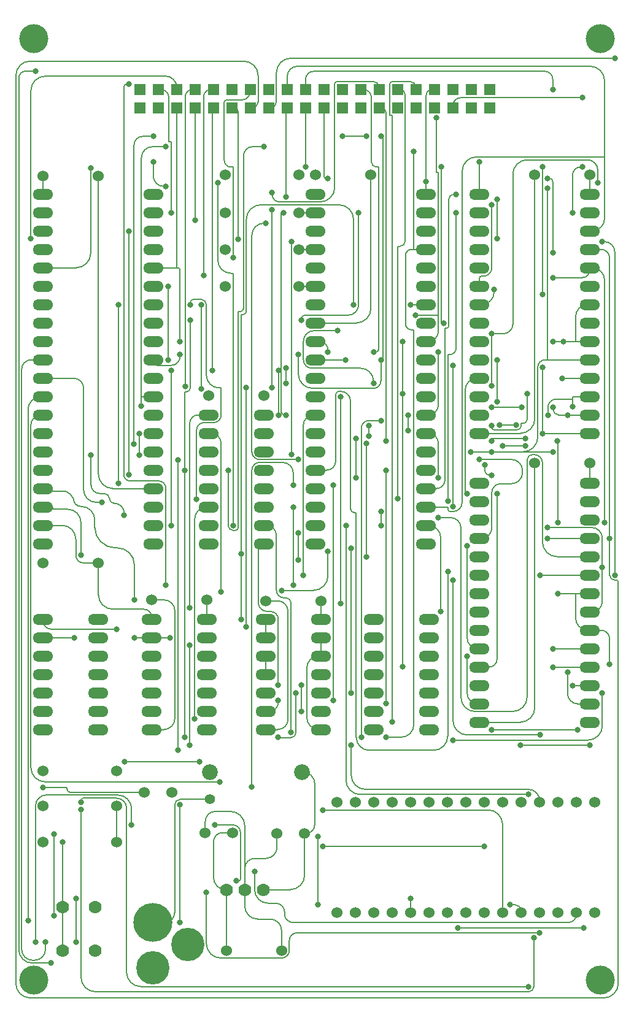
<source format=gbr>
G04 EasyPC Gerber Version 20.0.2 Build 4112 *
G04 #@! TF.Part,Single*
G04 #@! TF.FileFunction,Copper,L1,Top *
%FSLAX35Y35*%
%MOIN*%
G04 #@! TA.AperFunction,ComponentPad*
%ADD71R,0.06000X0.06000*%
G04 #@! TD.AperFunction*
%ADD11C,0.00787*%
G04 #@! TA.AperFunction,ViaPad*
%ADD25C,0.03200*%
%ADD23C,0.05600*%
G04 #@! TA.AperFunction,ComponentPad*
%ADD70C,0.06000*%
%ADD21C,0.07000*%
%ADD22C,0.08600*%
G04 #@! TA.AperFunction,WasherPad*
%ADD77C,0.15748*%
G04 #@! TA.AperFunction,ComponentPad*
%ADD78C,0.18110*%
%ADD19O,0.11000X0.06000*%
%ADD79C,0.21102*%
X0Y0D02*
D02*
D11*
X24494Y47788D02*
Y325607D01*
G75*
G02X31637Y332750I7143*
G01*
X32750*
X26069Y418569D02*
Y499013D01*
G75*
G02X33943Y506887I7874*
G01*
X99226*
G75*
G02X105250Y500863J-6024*
G01*
Y499750*
X28569Y36309D02*
Y110236D01*
G75*
G02X34508Y116175I5939*
G01*
X73222*
G75*
G02X80788Y108610J-7565*
G01*
Y99931*
X28569Y509668D02*
X23462D01*
G75*
G03X19469Y505675J-3993*
G01*
Y32312*
G75*
G03X26976Y24805I7507*
G01*
X36805*
X32750Y120250D02*
X45750D01*
Y119290*
G75*
G03X47290Y117750I1540*
G01*
X87750*
X32750Y292750D02*
Y442750*
Y452750D01*
X34024Y36309D02*
Y32314D01*
G75*
G02X28090Y26380I-5934*
G01*
X26977*
G75*
G02X21043Y32313J5933*
G01*
Y347454*
G75*
G02X26340Y352750I5296*
G01*
X32750*
X38569Y50569D02*
Y94931D01*
X43250Y55250D02*
Y31628D01*
Y90750D02*
Y55250D01*
X49750Y201750D02*
X32750D01*
X50507Y36309D02*
Y59931D01*
X53288Y246431D02*
Y264273D01*
G75*
G03X46129Y271432I-7159*
G01*
X37856*
Y272750*
X32750*
X58569Y456931D02*
Y410624D01*
G75*
G02X50695Y402750I-7874*
G01*
X32750*
X62750Y242250D02*
X54700D01*
G75*
G02X50507Y246443J4193*
G01*
Y255154*
G75*
G03X42910Y262750I-7596*
G01*
X32750*
X62750Y242250D02*
Y225011D01*
G75*
G03X70624Y217137I7874*
G01*
X87476*
G75*
G02X91750Y212863J-4274*
G01*
Y211750*
X64750Y275250D02*
X61475D01*
G75*
G02X54750Y281975J6725*
G01*
Y337182*
G75*
G03X49182Y342750I-5568*
G01*
X32750*
X72750Y110250D02*
Y90750D01*
Y206363D02*
X37024D01*
G75*
G02X32750Y210637J4274*
G01*
Y211750*
X73738Y285531D02*
Y382750D01*
X76750Y268250D02*
Y269461D01*
G75*
G03X71461Y274750I-5289*
G01*
X71250*
G75*
G02X68750Y277250J2500*
G01*
G75*
G03X65969Y280031I-2781*
G01*
X63469*
G75*
G02X58750Y284750J4719*
G01*
Y300919*
X76931Y134231D02*
X117769D01*
X79300Y422750D02*
Y290144D01*
Y502531D02*
X78187D01*
G75*
G03X76519Y500863J-1668*
G01*
Y290163*
G75*
G03X79751Y286931I3231*
G01*
X95251*
G75*
G02X99431Y282751J-4180*
G01*
Y230188*
X82081Y306931D02*
Y469481D01*
G75*
G02X86719Y474118I4637*
G01*
X92469*
X82250Y222250D02*
Y241376D01*
G75*
G03X73155Y250471I-9095*
G01*
X72029*
G75*
G02X60750Y261750J11279*
G01*
Y265750*
G75*
G03X53493Y273007I-7257*
G01*
X53250*
G75*
G02X49250Y277007J4000*
G01*
Y277076*
G75*
G03X44993Y281250I-7167J-3052*
G01*
X32750*
Y282750*
X84863Y312750D02*
Y300919D01*
X86069Y332750D02*
Y327494D01*
Y332750D02*
X92750D01*
X86069D02*
Y462431D01*
G75*
G02X92193Y468556I6124*
G01*
X99431*
X91750Y151750D02*
X98242D01*
G75*
G03X104250Y157758J6008*
G01*
Y216242*
G75*
G03X98242Y222250I-6008*
G01*
X91750*
Y201750D02*
X82250D01*
X92469Y460212D02*
Y452780D01*
G75*
G03X98318Y446931I5849*
G01*
X99431*
X92750Y262750D02*
Y282750*
X70624D01*
G75*
G02X62750Y290624J7874*
G01*
Y452750*
X92750Y312750D02*
Y392750*
X100637Y352750*
Y392750D01*
X101469Y201750D02*
X91750D01*
X102212Y346931D02*
Y262750D01*
Y432750D02*
Y471337D01*
X101069*
Y495044*
G75*
G03X96363Y499750I-4706*
G01*
X95250*
X105250Y402750D02*
X92750D01*
X105250D02*
X106363D01*
G75*
G02X107081Y402032J-718*
G01*
Y362750*
X105250Y402750D02*
Y489750D01*
X105825Y140444D02*
Y298137D01*
X106931Y46863D02*
Y110788D01*
X107081Y355531D02*
Y354418D01*
G75*
G02X102376Y349712I-4706*
G01*
X94674*
G75*
G02X92750Y351637J1924*
G01*
Y352750*
X109507Y292750D02*
Y147569D01*
X109863Y338137D02*
Y495476D01*
G75*
G02X114137Y499750I4274*
G01*
X115250*
X112288Y197569D02*
Y143226D01*
Y218069D02*
Y318076D01*
G75*
G02X116962Y322750I4674*
G01*
X122750*
X112644Y374150D02*
Y337380D01*
G75*
G02X110620Y335356I-2024*
G01*
X109507*
Y292750*
X112644Y382750D02*
Y383863D01*
G75*
G02X114311Y385531I1668*
G01*
X118571*
G75*
G02X121350Y382752J-2779*
G01*
Y344399*
G75*
G03X128318Y337431I6968*
G01*
X129431*
Y322750*
G75*
G02X125250Y318569I-4181*
G01*
X120103*
G75*
G03X116069Y314535J-4034*
G01*
Y276931*
X115069Y157506D02*
Y266182D01*
G75*
G02X121637Y272750I6568*
G01*
X122750*
X115250Y428569D02*
Y489750D01*
X118569Y336931D02*
Y382750D01*
X119863Y398506D02*
Y495476D01*
G75*
G02X124137Y499750I4274*
G01*
X125250*
X121750Y222250D02*
Y211750D01*
X123250Y113810D02*
X107193D01*
G75*
G03X104150Y110767J-3043*
G01*
Y52250*
G75*
G02X98757Y46856I-5393*
G01*
X92250*
X123250Y128750D02*
X124788Y346931*
Y489750D01*
X125250*
X125950Y99931D02*
X135752D01*
G75*
G02X139931Y95752J-4180*
G01*
Y70680*
G75*
G02X138682Y69431I-1249*
G01*
X137569*
X127569Y449069D02*
Y406961D01*
G75*
G03X134818Y399712I7249*
G01*
X135931*
Y262750*
X128731Y123269D02*
X33943D01*
G75*
G02X26069Y131143J7874*
G01*
Y317182*
G75*
G02X31637Y322750I5568*
G01*
X32750*
X129431Y226431D02*
Y307182D01*
G75*
G03X123863Y312750I-5568*
G01*
X122750*
X132250Y64750D02*
Y31750D01*
Y64750D02*
X131789D01*
G75*
G02X125250Y71289J6539*
G01*
Y90797*
G75*
G02X130203Y95750I4953*
G01*
X135750*
X135931Y408137D02*
Y457431D01*
X134818*
G75*
G02X131069Y461180J3749*
G01*
Y492750*
G75*
G02X132250Y493931I1181*
G01*
X140544*
G75*
G03X145250Y498637J4706*
G01*
Y499750*
X138712Y418137D02*
Y487401D01*
G75*
G03X136363Y489750I-2349*
G01*
X135250*
X140300Y247363D02*
Y211750D01*
Y247363D02*
Y377363D01*
X141414*
G75*
G03X143081Y379030J1668*
G01*
Y429057*
G75*
G02X150956Y436931I7874*
G01*
X193427*
G75*
G02X201301Y429057J-7874*
G01*
Y382750*
X142250Y64750D02*
Y55744D01*
G75*
G03X149244Y48750I6994*
G01*
X155987*
G75*
G02X162250Y42487J-6263*
G01*
Y31750*
X142250Y76269D02*
Y64750D01*
Y76269D02*
Y99381D01*
G75*
G03X134381Y107250I-7869*
G01*
X126231*
G75*
G03X120750Y101769J-5481*
G01*
Y95750*
X142250Y76269D02*
G75*
G02X147731Y81750I5481D01*
G01*
X153762*
G75*
G03X159750Y87738J5988*
G01*
Y95250*
X143081Y207569D02*
Y337431D01*
X146069Y120637D02*
Y292751D01*
G75*
G02X150249Y296931I4180*
G01*
X162889*
G75*
G02X168507Y291313J-5618*
G01*
Y284581*
X147569Y74694D02*
Y64769D01*
G75*
G03X155019Y57319I7450*
G01*
X159153*
G75*
G02X163825Y52648J-4672*
G01*
Y51534*
G75*
G03X168496Y46863I4672*
G01*
X317976*
G75*
G03X322250Y51137J4274*
G01*
Y52250*
X152750Y468556D02*
X146572D01*
G75*
G03X141507Y463491J-5065*
G01*
Y380605*
G75*
G02X139839Y378937I-1668*
G01*
X138726*
Y261650*
G75*
G02X137044Y259969I-1681*
G01*
X135931*
G75*
G02X133150Y262750J2781*
G01*
Y292750*
X153750Y151750D02*
X160077D01*
G75*
G03X165750Y157423J5673*
G01*
Y216006*
G75*
G03X160006Y221750I-5744*
G01*
X153750*
Y171750D02*
Y181750*
Y191750D01*
Y201750D02*
Y211750D01*
Y426931D02*
X152637D01*
G75*
G03X146069Y420363J-6568*
G01*
Y302753*
G75*
G03X150316Y298506I4247*
G01*
X171288*
X156931Y337431D02*
Y434150D01*
X157081Y443700D02*
Y442586D01*
G75*
G03X161162Y438506I4080*
G01*
X183195*
G75*
G03X191069Y446380J7874*
G01*
Y502750*
G75*
G02X192250Y503931I1181*
G01*
X212182*
G75*
G02X215250Y500863J-3068*
G01*
Y499750*
X160431Y147569D02*
Y147394D01*
X167324*
G75*
G03X170106Y150176J2781*
G01*
Y171750*
X160431Y167569D02*
Y166456D01*
G75*
G02X155726Y161750I-4706*
G01*
X153750*
X160431Y175931D02*
Y211750D01*
G75*
G03X156250Y215931I-4181*
G01*
X154443*
G75*
G02X149569Y220806J4874*
G01*
Y250682*
G75*
G02X151637Y252750I2068*
G01*
X152750*
X160637Y322750D02*
Y346931D01*
X163213Y432493D02*
X162007D01*
Y324418*
G75*
G03X163674Y322750I1668*
G01*
X164788*
Y348137D02*
Y339969D01*
Y441287D02*
Y489750D01*
X165250*
X167325Y150175D02*
Y220654D01*
G75*
G03X164654Y223325I-2671*
G01*
X163541*
G75*
G02X159431Y227434J4109*
G01*
Y257182*
G75*
G03X153863Y262750I-5568*
G01*
X152750*
X167569Y301287D02*
Y416931D01*
X168507Y230188D02*
Y272750D01*
X171288Y258569D02*
Y244056D01*
Y355531D02*
Y345062D01*
G75*
G03X179162Y337188I7874*
G01*
X212123*
G75*
G03X216150Y341215J4027*
G01*
Y352750*
X171750Y392750D02*
X180750D01*
X171750Y412750D02*
X180750D01*
X171750Y432750D02*
X180750D01*
X173048Y374150D02*
Y375263D01*
G75*
G02X174715Y376931I1668*
G01*
X198241*
G75*
G03X204082Y382772J5841*
G01*
Y432750*
X173081Y175931D02*
Y161750D01*
X174069Y235750D02*
Y317182D01*
G75*
G02X179637Y322750I5568*
G01*
X180750*
X174750Y95250D02*
Y72624D01*
G75*
G02X166876Y64750I-7874*
G01*
X152250*
X174750Y95250D02*
X175378D01*
G75*
G03X180250Y100122J4872*
G01*
Y122211*
G75*
G03X173711Y128750I-6539*
G01*
X173250*
X175250Y457431D02*
Y489750D01*
X180750Y262750D02*
Y312750*
Y322750*
Y332750*
Y342750*
Y362750*
Y372750*
X202876D01*
G75*
G03X210750Y380624J7874*
G01*
Y453250*
X181825Y56431D02*
Y93675D01*
X183750Y161750D02*
Y171750*
Y191750*
X182637D01*
G75*
G03X175863Y184976J-6774*
G01*
Y158524*
G75*
G03X182637Y151750I6774*
G01*
X183750*
Y191750D02*
Y201750D01*
Y211750D02*
Y221750D01*
X184606Y88113D02*
X272250D01*
X184606Y108069D02*
X274376D01*
G75*
G02X282250Y100195J-7874*
G01*
Y52250*
X185250Y499750D02*
X187431Y248569*
Y235281D01*
G75*
G02X179557Y227407I-7874*
G01*
X162212*
X187431Y356931D02*
Y358044D01*
G75*
G03X182726Y362750I-4706*
G01*
X180750*
X187431Y451350D02*
X186318D01*
G75*
G02X185250Y452418J1068*
G01*
Y489750*
X190431Y284581D02*
Y167569D01*
X192469Y368506D02*
X179838D01*
G75*
G03X174069Y362737J-5769*
G01*
Y352762*
G75*
G03X178693Y348137I4624*
G01*
X205095*
G75*
G02X212150Y341082J-7055*
G01*
Y339969*
X194419Y220363D02*
Y332750D01*
X195250Y474118D02*
X208288D01*
X195250Y499750D02*
X196825Y352750*
X180750D01*
X199981Y250144D02*
Y171750D01*
X200007Y143226D02*
Y127086D01*
G75*
G03X207881Y119212I7874*
G01*
X296401*
G75*
G02X302250Y113363J-5849*
G01*
Y112250*
X202469Y288569D02*
Y309969D01*
X208350Y245750D02*
Y307363D01*
X209556Y316931D02*
Y311369D01*
X212325Y356931D02*
X213438D01*
G75*
G03X214931Y358424J1493*
G01*
Y457431*
X213818*
G75*
G02X211069Y460180J2749*
G01*
Y495044*
G75*
G03X206363Y499750I-4706*
G01*
X205250*
X216150Y262750D02*
Y270363D01*
Y319712D02*
X209582D01*
G75*
G03X205569Y315699J-4013*
G01*
Y147569*
X216150Y474118D02*
X217356D01*
Y352750*
X216150*
X218931Y165931D02*
Y292750D01*
Y308569D02*
Y487182D01*
G75*
G03X216363Y489750I-2568*
G01*
X215250*
X222212Y155931D02*
Y485569D01*
X221069*
Y502751*
G75*
G02X222249Y503931I1180*
G01*
X232182*
G75*
G02X235250Y500863J-3068*
G01*
Y499750*
X225250Y277363D02*
Y414325D01*
X226363*
G75*
G03X229431Y417393J3068*
G01*
Y496682*
G75*
G03X226363Y499750I-3068*
G01*
X225250*
X228031Y334325D02*
Y185931D01*
Y362750D02*
Y334325D01*
X230812Y314150D02*
Y322750D01*
X232250Y59931D02*
Y52250D01*
X232275Y382750D02*
X240750D01*
X234069Y412750D02*
X240750D01*
X234069D02*
X232956D01*
G75*
G03X229494Y409289J-3461*
G01*
Y372399*
G75*
G03X232956Y368937I3461*
G01*
X234069*
Y154581*
G75*
G02X227057Y147569I-7012*
G01*
X218931*
X234069Y412750D02*
Y465774D01*
X240750Y292750D02*
Y332750*
Y342750*
Y352750*
Y382750*
Y432750*
Y449712*
Y442750D01*
Y449712D02*
Y496363D01*
G75*
G02X244137Y499750I3387*
G01*
X245250*
X247431Y266931D02*
X254094D01*
G75*
G02X259644Y261381J-5550*
G01*
Y169200*
G75*
G03X267274Y161569I7631*
G01*
X287695*
G75*
G03X295569Y169443J7874*
G01*
Y298359*
G75*
G02X298385Y301175I2817*
G01*
X299499*
G75*
G02X303931Y296743J-4432*
G01*
Y253624*
G75*
G03X311805Y245750I7874*
G01*
X329750*
X247431Y288569D02*
Y307182D01*
G75*
G03X241863Y312750I-5568*
G01*
X240750*
X247431Y356931D02*
Y328318D01*
G75*
G02X241863Y322750I-5568*
G01*
X240750*
X247431Y376931D02*
X234853D01*
X247431D02*
Y454650D01*
X246225*
Y484363*
X247431Y376931D02*
Y368318D01*
G75*
G02X241863Y362750I-5568*
G01*
X240750*
X248637Y215931D02*
Y255976D01*
G75*
G03X241863Y262750I-6774*
G01*
X240750*
X250212Y372750D02*
X249006D01*
Y457431*
X252507Y237581D02*
Y148319D01*
G75*
G02X244633Y140444I-7874*
G01*
X209944*
G75*
G02X202788Y147600J7156*
G01*
Y269712*
X201674*
G75*
G02X199688Y271699J1987*
G01*
Y330242*
G75*
G03X194399Y335531I-5289*
G01*
X193285*
G75*
G03X191637Y333883J-1648*
G01*
Y297637*
G75*
G02X186750Y292750I-4887*
G01*
X180750*
X252507Y275826D02*
Y355531D01*
X253620*
G75*
G03X256981Y358892J3361*
G01*
Y432750*
X255288Y232969D02*
Y156662D01*
G75*
G03X263162Y148788I7874*
G01*
X302531*
X255288Y349712D02*
Y272969D01*
X256981Y442750D02*
X255867D01*
G75*
G03X252993Y439876J-2874*
G01*
Y370917*
G75*
G02X252045Y369969I-948*
G01*
X250932*
Y287284*
G75*
G02X246398Y282750I-4534*
G01*
X240750*
X262250Y52250D02*
Y112250*
X263069Y191569*
Y171318D01*
G75*
G03X268637Y165750I5568*
G01*
X269750*
X263069Y251569D02*
Y201318D01*
G75*
G03X268637Y195750I5568*
G01*
X269750*
X263069Y279931D02*
X261863D01*
Y335976*
G75*
G02X268637Y342750I6774*
G01*
X269750*
Y155750D02*
X291876D01*
G75*
G03X299750Y163624J7874*
G01*
Y296750*
X269750Y165750D02*
Y175750*
Y265750*
Y275750*
Y298569*
X287033D01*
G75*
G02X293082Y292519J-6050*
G01*
Y291406*
G75*
G02X287033Y285356I-6050*
G01*
X281175*
G75*
G03X276431Y280612J-4744*
G01*
Y261318*
G75*
G02X270863Y255750I-5568*
G01*
X269750*
Y312750D02*
X291876D01*
G75*
G03X299750Y320624J7874*
G01*
Y453250*
X269750Y332750D02*
Y342750*
Y422750*
Y460212*
Y442750D01*
X272250Y52250D02*
Y112250*
X272531Y295531*
Y292718D01*
G75*
G03X275318Y289931I2787*
G01*
X276431*
Y151569D02*
X323069D01*
X276431Y326931D02*
X292788D01*
X276431Y366931D02*
Y338569D01*
Y436931D02*
Y402769D01*
G75*
G02X271800Y398137I-4631*
G01*
X270686*
G75*
G03X269750Y397201J-936*
G01*
Y392750*
X277637Y390919D02*
Y389524D01*
G75*
G02X270863Y382750I-6774*
G01*
X269750*
X279212Y279931D02*
Y189924D01*
G75*
G02X275038Y185750I-4174*
G01*
X269750*
X279212Y329969D02*
Y352750D01*
Y418569D02*
Y439969D01*
X280787Y317363D02*
X289644D01*
X282250Y305788D02*
X294657D01*
X286431Y56431D02*
X289182D01*
G75*
G02X292250Y53363J-3068*
G01*
Y52250*
X291876Y143226D02*
X329750D01*
X294657Y309969D02*
X276431D01*
Y308569*
X295569Y334131D02*
Y320168D01*
G75*
G02X293538Y318137I-2031*
G01*
X292425*
Y317024*
G75*
G02X289982Y314581I-2443*
G01*
X277667*
G75*
G02X276431Y315818J1236*
G01*
Y316931*
X296431Y12014D02*
X85881D01*
G75*
G02X78007Y19888J7874*
G01*
Y109167*
G75*
G03X72743Y114431I-5264*
G01*
X54356*
G75*
G03X53288Y113363J-1068*
G01*
Y112250*
X296431Y116431D02*
X205074D01*
G75*
G02X197200Y124305J7874*
G01*
Y262750*
X299212Y38500D02*
Y12013D01*
G75*
G02X296432Y9233I-2780*
G01*
X61162*
G75*
G02X53288Y17107J7874*
G01*
Y108263*
X302250Y41281D02*
X170640D01*
G75*
G03X166431Y37072J-4209*
G01*
Y31750*
G75*
G02X162250Y27569I-4181*
G01*
X129258*
G75*
G02X121384Y35443J7874*
G01*
Y63175*
X302531Y235750D02*
X329750D01*
X303931Y457431D02*
Y388137D01*
X304106Y312750D02*
X329750D01*
X304106Y348569D02*
Y312750D01*
X306712Y255750D02*
X329750D01*
X306712Y352750D02*
X329750D01*
X306712D02*
Y445788D01*
Y352750D02*
X305535D01*
G75*
G03X301325Y348540J-4210*
G01*
Y310624*
G75*
G02X293451Y302750I-7874*
G01*
X276431*
X306712Y451350D02*
X307826D01*
G75*
G02X309493Y449682J-1668*
G01*
Y410919*
Y185750D02*
X329750D01*
X309493Y195750D02*
X329750D01*
X309493Y302750D02*
X265031D01*
X309493Y397363D02*
X325476D01*
G75*
G03X329750Y401637J4274*
G01*
Y402750*
X309493Y499750D02*
Y505178D01*
G75*
G03X305178Y509493I-4315*
G01*
X179565*
G75*
G03X175250Y505178J-4315*
G01*
Y499750*
X309668Y326931D02*
Y325818D01*
G75*
G03X312736Y322750I3068*
G01*
X317507*
X311944Y308569D02*
X312274D01*
Y264350*
X314726Y342750D02*
X329750D01*
X315230Y362750D02*
X309493D01*
X317507Y182969D02*
Y171315D01*
G75*
G03X323072Y165750I5565*
G01*
X329750*
X317507Y322750D02*
X329750D01*
X320288Y175750D02*
X329750D01*
X320288Y331350D02*
Y327363D01*
Y331350D02*
X311335D01*
G75*
G03X306887Y326902J-4448*
G01*
Y322750*
X320288Y331350D02*
Y332750D01*
X329750*
X321863Y225750D02*
X329750D01*
X321863D02*
Y212524D01*
G75*
G03X328637Y205750I6774*
G01*
X329750*
X321863Y225750D02*
X312274D01*
X321863Y362750D02*
X329750D01*
X321863D02*
Y375976D01*
G75*
G02X328637Y382750I6774*
G01*
X329750*
X321863Y362750D02*
X315230D01*
X325569Y457431D02*
X324456D01*
G75*
G03X320288Y453263J-4168*
G01*
Y432750*
X325569Y495137D02*
X259524D01*
G75*
G03X255250Y490863J-4274*
G01*
Y489750*
X326431Y44081D02*
Y44062D01*
X258069*
X329750Y155750D02*
Y235750*
Y245750*
Y285750*
Y296750D01*
Y442750D02*
Y453250D01*
X332250Y52250D02*
X333931Y449069*
Y455800D01*
G75*
G03X328313Y461419I-5618*
G01*
X295686*
G75*
G03X287812Y453544J-7874*
G01*
Y372065*
G75*
G02X282678Y366931I-5134*
G01*
X276431*
X336431Y171569D02*
Y153881D01*
G75*
G02X328557Y146007I-7874*
G01*
X255288*
X336431Y239931D02*
Y221318D01*
G75*
G02X330863Y215750I-5568*
G01*
X329750*
X336431Y239931D02*
Y255737D01*
G75*
G03X330600Y261569I-5831*
G01*
X306712*
X336431Y416931D02*
X337544D01*
G75*
G02X343200Y411276J-5655*
G01*
Y235750*
X337637Y264350D02*
Y395976D01*
G75*
G03X330863Y402750I-6774*
G01*
X329750*
X337637Y462993D02*
Y429524D01*
G75*
G02X330863Y422750I-6774*
G01*
X329750*
X337637Y462993D02*
Y504400D01*
G75*
G03X329763Y512274I-7874*
G01*
X170956*
G75*
G03X165250Y506569J-5706*
G01*
Y499750*
X337637Y462993D02*
X268162D01*
G75*
G03X260288Y455119J-7874*
G01*
Y275207*
G75*
G02X255269Y270188I-5019*
G01*
X253956*
G75*
G02X252507Y271637J1449*
G01*
Y272750*
X240750*
X340419Y187137D02*
Y200972D01*
G75*
G03X335641Y205750I-4778*
G01*
X329750*
X340419Y255750D02*
Y235750D01*
G75*
G03X343200Y232969I2781*
G01*
X344313*
G75*
G02X345106Y232176J-793*
G01*
Y13768*
G75*
G02X337232Y5894I-7874*
G01*
X25768*
G75*
G02X17894Y13768J7874*
G01*
Y507181*
G75*
G02X25768Y515056I7874*
G01*
X141620*
G75*
G02X149494Y507181J-7874*
G01*
Y492881*
G75*
G02X146363Y489750I-3131*
G01*
X145250*
X340419Y255750D02*
Y407972D01*
G75*
G03X335641Y412750I-4778*
G01*
X329750*
X343200Y516630D02*
X167305D01*
G75*
G03X159431Y508756J-7874*
G01*
Y492818*
G75*
G02X156363Y489750I-3068*
G01*
X155250*
D02*
D19*
X32750Y151750D03*
Y161750D03*
Y171750D03*
Y181750D03*
Y191750D03*
Y201750D03*
Y211750D03*
Y252750D03*
Y262750D03*
Y272750D03*
Y282750D03*
Y292750D03*
Y302750D03*
Y312750D03*
Y322750D03*
Y332750D03*
Y342750D03*
Y352750D03*
Y362750D03*
Y372750D03*
Y382750D03*
Y392750D03*
Y402750D03*
Y412750D03*
Y422750D03*
Y432750D03*
Y442750D03*
X62750Y151750D03*
Y161750D03*
Y171750D03*
Y181750D03*
Y191750D03*
Y201750D03*
Y211750D03*
X91750Y151750D03*
Y161750D03*
Y171750D03*
Y181750D03*
Y191750D03*
Y201750D03*
Y211750D03*
X92750Y252750D03*
Y262750D03*
Y272750D03*
Y282750D03*
Y292750D03*
Y302750D03*
Y312750D03*
Y322750D03*
Y332750D03*
Y342750D03*
Y352750D03*
Y362750D03*
Y372750D03*
Y382750D03*
Y392750D03*
Y402750D03*
Y412750D03*
Y422750D03*
Y432750D03*
Y442750D03*
X121750Y151750D03*
Y161750D03*
Y171750D03*
Y181750D03*
Y191750D03*
Y201750D03*
Y211750D03*
X122750Y252750D03*
Y262750D03*
Y272750D03*
Y282750D03*
Y292750D03*
Y302750D03*
Y312750D03*
Y322750D03*
X152750Y252750D03*
Y262750D03*
Y272750D03*
Y282750D03*
Y292750D03*
Y302750D03*
Y312750D03*
Y322750D03*
X153750Y151750D03*
Y161750D03*
Y171750D03*
Y181750D03*
Y191750D03*
Y201750D03*
Y211750D03*
X180750Y252750D03*
Y262750D03*
Y272750D03*
Y282750D03*
Y292750D03*
Y302750D03*
Y312750D03*
Y322750D03*
Y332750D03*
Y342750D03*
Y352750D03*
Y362750D03*
Y372750D03*
Y382750D03*
Y392750D03*
Y402750D03*
Y412750D03*
Y422750D03*
Y432750D03*
Y442750D03*
X183750Y151750D03*
Y161750D03*
Y171750D03*
Y181750D03*
Y191750D03*
Y201750D03*
Y211750D03*
X212250Y151750D03*
Y161750D03*
Y171750D03*
Y181750D03*
Y191750D03*
Y201750D03*
Y211750D03*
X240750Y252750D03*
Y262750D03*
Y272750D03*
Y282750D03*
Y292750D03*
Y302750D03*
Y312750D03*
Y322750D03*
Y332750D03*
Y342750D03*
Y352750D03*
Y362750D03*
Y372750D03*
Y382750D03*
Y392750D03*
Y402750D03*
Y412750D03*
Y422750D03*
Y432750D03*
Y442750D03*
X242250Y151750D03*
Y161750D03*
Y171750D03*
Y181750D03*
Y191750D03*
Y201750D03*
Y211750D03*
X269750Y155750D03*
Y165750D03*
Y175750D03*
Y185750D03*
Y195750D03*
Y205750D03*
Y215750D03*
Y225750D03*
Y235750D03*
Y245750D03*
Y255750D03*
Y265750D03*
Y275750D03*
Y285750D03*
Y312750D03*
Y322750D03*
Y332750D03*
Y342750D03*
Y352750D03*
Y362750D03*
Y372750D03*
Y382750D03*
Y392750D03*
Y402750D03*
Y412750D03*
Y422750D03*
Y432750D03*
Y442750D03*
X329750Y155750D03*
Y165750D03*
Y175750D03*
Y185750D03*
Y195750D03*
Y205750D03*
Y215750D03*
Y225750D03*
Y235750D03*
Y245750D03*
Y255750D03*
Y265750D03*
Y275750D03*
Y285750D03*
Y312750D03*
Y322750D03*
Y332750D03*
Y342750D03*
Y352750D03*
Y362750D03*
Y372750D03*
Y382750D03*
Y392750D03*
Y402750D03*
Y412750D03*
Y422750D03*
Y432750D03*
Y442750D03*
D02*
D70*
X32750Y90750D03*
Y110250D03*
Y129250D03*
Y242250D03*
Y452750D03*
X62750Y242250D03*
Y452750D03*
X72750Y90750D03*
Y110250D03*
Y129250D03*
X87750Y117750D03*
X91750Y222250D03*
X102750Y117750D03*
X120750Y95750D03*
X121750Y222250D03*
X122750Y333250D03*
X131750Y392750D03*
Y412750D03*
Y432750D03*
Y453250D03*
X132250Y31750D03*
X135750Y95750D03*
X152750Y333250D03*
X153750Y221750D03*
X159750Y95250D03*
X162250Y31750D03*
X171750Y392750D03*
Y412750D03*
Y432750D03*
Y453250D03*
X174750Y95250D03*
X180750Y453250D03*
X183750Y221750D03*
X192250Y52250D03*
Y112250D03*
X202250Y52250D03*
Y112250D03*
X210750Y453250D03*
X212250Y52250D03*
Y112250D03*
X222250Y52250D03*
Y112250D03*
X232250Y52250D03*
Y112250D03*
X242250Y52250D03*
Y112250D03*
X252250Y52250D03*
Y112250D03*
X262250Y52250D03*
Y112250D03*
X272250Y52250D03*
Y112250D03*
X282250Y52250D03*
Y112250D03*
X292250Y52250D03*
Y112250D03*
X299750Y296750D03*
Y453250D03*
X302250Y52250D03*
Y112250D03*
X312250Y52250D03*
Y112250D03*
X322250Y52250D03*
Y112250D03*
X329750Y296750D03*
Y453250D03*
X332250Y52250D03*
Y112250D03*
D02*
D71*
X85250Y489750D03*
Y499750D03*
X95250Y489750D03*
Y499750D03*
X105250Y489750D03*
Y499750D03*
X115250Y489750D03*
Y499750D03*
X125250Y489750D03*
Y499750D03*
X135250Y489750D03*
Y499750D03*
X145250Y489750D03*
Y499750D03*
X155250Y489750D03*
Y499750D03*
X165250Y489750D03*
Y499750D03*
X175250Y489750D03*
Y499750D03*
X185250Y489750D03*
Y499750D03*
X195250Y489750D03*
Y499750D03*
X205250Y489750D03*
Y499750D03*
X215250Y489750D03*
Y499750D03*
X225250Y489750D03*
Y499750D03*
X235250Y489750D03*
Y499750D03*
X245250Y489750D03*
Y499750D03*
X255250Y489750D03*
Y499750D03*
X265250Y489750D03*
Y499750D03*
X275250Y489750D03*
Y499750D03*
D02*
D21*
X43250Y31628D03*
Y55250D03*
X60967Y31628D03*
Y55250D03*
X132250Y64750D03*
X142250D03*
X152250D03*
D02*
D22*
X123250Y128750D03*
X173250D03*
D02*
D23*
X123250Y113810D03*
D02*
D25*
X24494Y47788D03*
X26069Y418569D03*
X28569Y36309D03*
Y509668D03*
X32750Y120250D03*
X34024Y36309D03*
X36805Y24805D03*
X38569Y50569D03*
Y94931D03*
X43250Y90750D03*
X49750Y201750D03*
X50507Y36309D03*
Y59931D03*
X53288Y108263D03*
Y112250D03*
Y246431D03*
X58569Y456931D03*
X58750Y300919D03*
X64750Y275250D03*
X72750Y206363D03*
X73738Y285531D03*
Y382750D03*
X76750Y268250D03*
X76931Y134231D03*
X79300Y290144D03*
Y422750D03*
Y502531D03*
X80788Y99931D03*
X82081Y306931D03*
X82250Y201750D03*
Y222250D03*
X84863Y300919D03*
Y312750D03*
X86069Y327494D03*
X92469Y460212D03*
Y474118D03*
X99431Y230188D03*
Y446931D03*
Y468556D03*
X100637Y352750D03*
Y392750D03*
X101469Y201750D03*
X102212Y262750D03*
Y346931D03*
Y432750D03*
X105825Y140444D03*
Y298137D03*
X106931Y46863D03*
Y110788D03*
X107081Y355531D03*
Y362750D03*
X109507Y147569D03*
Y292750D03*
X109863Y338137D03*
X112288Y143226D03*
Y197569D03*
Y218069D03*
X112644Y374150D03*
Y382750D03*
X115069Y157506D03*
X115250Y428569D03*
X116069Y276931D03*
X117769Y134231D03*
X118569Y336931D03*
Y382750D03*
X119863Y398506D03*
X121384Y63175D03*
X124788Y346931D03*
X125950Y99931D03*
X127569Y449069D03*
X128731Y123269D03*
X129431Y226431D03*
X133150Y292750D03*
X135931Y262750D03*
Y408137D03*
X137569Y69431D03*
X138712Y418137D03*
X140300Y211750D03*
Y247363D03*
X143081Y207569D03*
Y337431D03*
X146069Y120637D03*
X147569Y74694D03*
X152750Y468556D03*
X153750Y426931D03*
X156931Y337431D03*
Y434150D03*
X157081Y443700D03*
X160431Y147569D03*
Y167569D03*
Y175931D03*
X160637Y322750D03*
Y346931D03*
X162212Y227407D03*
X163213Y432493D03*
X164788Y322750D03*
Y339969D03*
Y348137D03*
Y441287D03*
X167325Y150175D03*
X167569Y301287D03*
Y416931D03*
X168507Y230188D03*
Y272750D03*
Y284581D03*
X170106Y171750D03*
X171288Y244056D03*
Y258569D03*
Y298506D03*
Y355531D03*
X173048Y374150D03*
X173081Y161750D03*
Y175931D03*
X174069Y235750D03*
X175250Y457431D03*
X181825Y56431D03*
Y93675D03*
X184606Y88113D03*
Y108069D03*
X187431Y248569D03*
Y356931D03*
Y451350D03*
X190431Y167569D03*
Y284581D03*
X192469Y368506D03*
X194419Y220363D03*
Y332750D03*
X195250Y474118D03*
X196825Y352750D03*
X197200Y262750D03*
X199981Y171750D03*
Y250144D03*
X200007Y143226D03*
X201301Y382750D03*
X202469Y288569D03*
Y309969D03*
X204082Y432750D03*
X205569Y147569D03*
X208288Y474118D03*
X208350Y245750D03*
Y307363D03*
X209556Y311369D03*
Y316931D03*
X212150Y339969D03*
X212325Y356931D03*
X216150Y262750D03*
Y270363D03*
Y319712D03*
Y352750D03*
Y474118D03*
X218931Y147569D03*
Y165931D03*
Y292750D03*
Y308569D03*
X222212Y155931D03*
X225250Y277363D03*
X228031Y185931D03*
Y334325D03*
Y362750D03*
X230812Y314150D03*
Y322750D03*
X232250Y59931D03*
X232275Y382750D03*
X234069Y465774D03*
X234853Y376931D03*
X240750Y449712D03*
X246225Y484363D03*
X247431Y266931D03*
Y288569D03*
Y356931D03*
X248637Y215931D03*
X249006Y457431D03*
X250212Y372750D03*
X252507Y237581D03*
Y275826D03*
X255288Y146007D03*
Y232969D03*
Y272969D03*
Y349712D03*
X256981Y432750D03*
Y442750D03*
X258069Y44062D03*
X263069Y191569D03*
Y251569D03*
Y279931D03*
X265031Y302750D03*
X269750Y298569D03*
Y460212D03*
X272250Y88113D03*
X272531Y295531D03*
X276431Y151569D03*
Y289931D03*
Y302750D03*
Y308569D03*
Y316931D03*
Y326931D03*
Y338569D03*
Y366931D03*
Y436931D03*
X277637Y390919D03*
X279212Y279931D03*
Y329969D03*
Y352750D03*
Y418569D03*
Y439969D03*
X280787Y317363D03*
X282250Y305788D03*
X286431Y56431D03*
X289644Y317363D03*
X291876Y143226D03*
X292788Y326931D03*
X294657Y305788D03*
Y309969D03*
X295569Y334131D03*
X296431Y12014D03*
Y116431D03*
X299212Y38500D03*
X302250Y41281D03*
X302531Y148788D03*
Y235750D03*
X303931Y388137D03*
Y457431D03*
X304106Y312750D03*
Y348569D03*
X306712Y255750D03*
Y261569D03*
Y445788D03*
Y451350D03*
X306887Y322750D03*
X309493Y185750D03*
Y195750D03*
Y302750D03*
Y362750D03*
Y397363D03*
Y410919D03*
Y499750D03*
X309668Y326931D03*
X311944Y308569D03*
X312274Y225750D03*
Y264350D03*
X314726Y342750D03*
X315230Y362750D03*
X317507Y182969D03*
Y322750D03*
X320288Y175750D03*
Y327363D03*
Y432750D03*
X323069Y151569D03*
X325569Y457431D03*
Y495137D03*
X326431Y44081D03*
X329750Y143226D03*
X333931Y449069D03*
X336431Y171569D03*
Y239931D03*
Y416931D03*
X337637Y264350D03*
X340419Y187137D03*
Y255750D03*
X343200Y235750D03*
Y516630D03*
D02*
D77*
X27750Y15750D03*
Y527250D03*
X335250Y15750D03*
Y527250D03*
D02*
D78*
X92250Y22250D03*
X111148Y35045D03*
D02*
D79*
X92250Y46856D03*
X0Y0D02*
M02*

</source>
